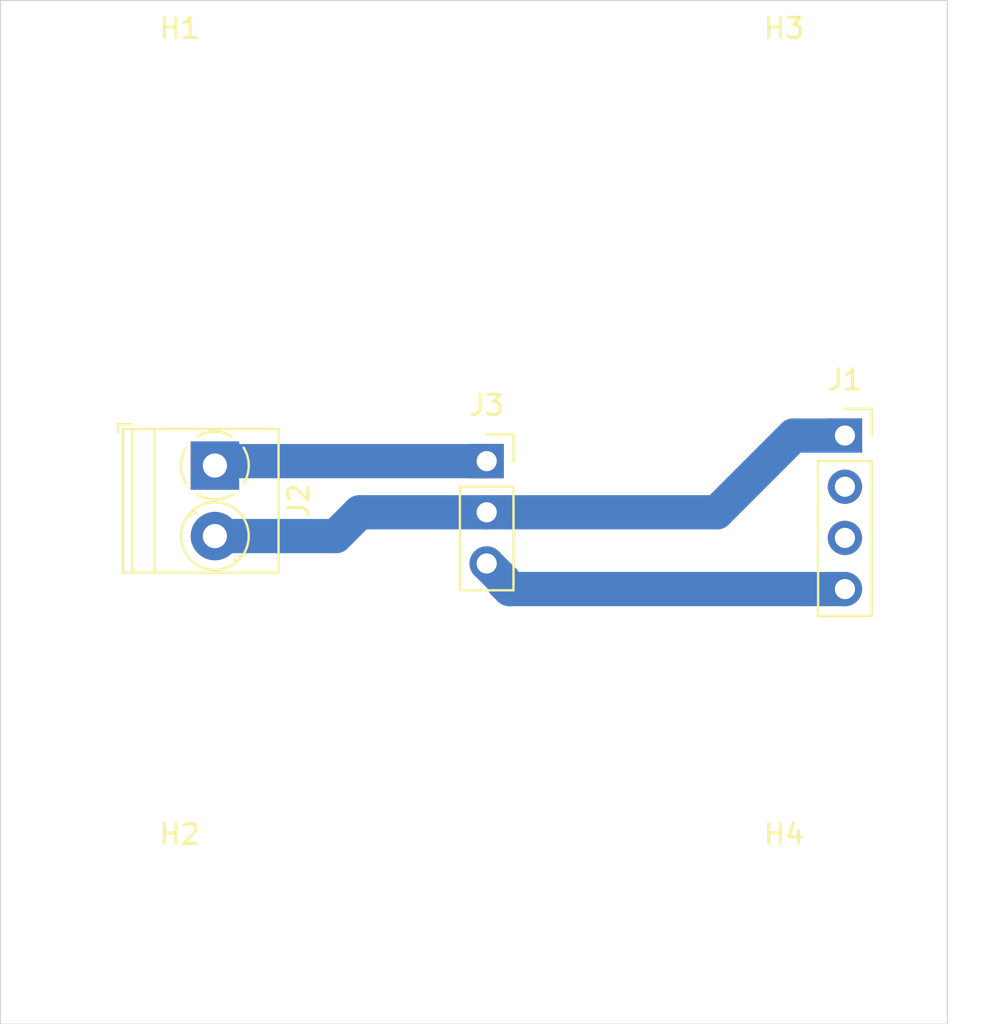
<source format=kicad_pcb>
(kicad_pcb (version 20171130) (host pcbnew 5.1.4-e60b266~84~ubuntu18.04.1)

  (general
    (thickness 1.6)
    (drawings 6)
    (tracks 13)
    (zones 0)
    (modules 7)
    (nets 4)
  )

  (page A4)
  (layers
    (0 F.Cu signal)
    (31 B.Cu signal)
    (32 B.Adhes user)
    (33 F.Adhes user)
    (34 B.Paste user)
    (35 F.Paste user)
    (36 B.SilkS user)
    (37 F.SilkS user)
    (38 B.Mask user)
    (39 F.Mask user)
    (40 Dwgs.User user)
    (41 Cmts.User user)
    (42 Eco1.User user)
    (43 Eco2.User user)
    (44 Edge.Cuts user)
    (45 Margin user)
    (46 B.CrtYd user)
    (47 F.CrtYd user)
    (48 B.Fab user)
    (49 F.Fab user)
  )

  (setup
    (last_trace_width 1.7)
    (user_trace_width 1.7)
    (trace_clearance 0.2)
    (zone_clearance 0.508)
    (zone_45_only no)
    (trace_min 0.2)
    (via_size 0.8)
    (via_drill 0.4)
    (via_min_size 0.4)
    (via_min_drill 0.3)
    (uvia_size 0.3)
    (uvia_drill 0.1)
    (uvias_allowed no)
    (uvia_min_size 0.2)
    (uvia_min_drill 0.1)
    (edge_width 0.05)
    (segment_width 0.2)
    (pcb_text_width 0.3)
    (pcb_text_size 1.5 1.5)
    (mod_edge_width 0.12)
    (mod_text_size 1 1)
    (mod_text_width 0.15)
    (pad_size 1.524 1.524)
    (pad_drill 0.762)
    (pad_to_mask_clearance 0.051)
    (solder_mask_min_width 0.25)
    (aux_axis_origin 0 0)
    (visible_elements FFFFFF7F)
    (pcbplotparams
      (layerselection 0x010fc_ffffffff)
      (usegerberextensions false)
      (usegerberattributes false)
      (usegerberadvancedattributes false)
      (creategerberjobfile false)
      (excludeedgelayer true)
      (linewidth 0.100000)
      (plotframeref false)
      (viasonmask false)
      (mode 1)
      (useauxorigin false)
      (hpglpennumber 1)
      (hpglpenspeed 20)
      (hpglpendiameter 15.000000)
      (psnegative false)
      (psa4output false)
      (plotreference true)
      (plotvalue true)
      (plotinvisibletext false)
      (padsonsilk false)
      (subtractmaskfromsilk false)
      (outputformat 1)
      (mirror false)
      (drillshape 0)
      (scaleselection 1)
      (outputdirectory "gerbs/"))
  )

  (net 0 "")
  (net 1 GND)
  (net 2 5V)
  (net 3 VIN)

  (net_class Default "This is the default net class."
    (clearance 0.2)
    (trace_width 0.25)
    (via_dia 0.8)
    (via_drill 0.4)
    (uvia_dia 0.3)
    (uvia_drill 0.1)
    (add_net 5V)
    (add_net GND)
    (add_net VIN)
  )

  (module Connector_PinSocket_2.54mm:PinSocket_1x04_P2.54mm_Vertical (layer F.Cu) (tedit 5A19A429) (tstamp 5D91042E)
    (at 33.02 16.51)
    (descr "Through hole straight socket strip, 1x04, 2.54mm pitch, single row (from Kicad 4.0.7), script generated")
    (tags "Through hole socket strip THT 1x04 2.54mm single row")
    (path /5D90C756)
    (fp_text reference J1 (at 0 -2.77) (layer F.SilkS)
      (effects (font (size 1 1) (thickness 0.15)))
    )
    (fp_text value Conn_01x04_Female (at 0 10.39) (layer F.Fab)
      (effects (font (size 1 1) (thickness 0.15)))
    )
    (fp_line (start -1.27 -1.27) (end 0.635 -1.27) (layer F.Fab) (width 0.1))
    (fp_line (start 0.635 -1.27) (end 1.27 -0.635) (layer F.Fab) (width 0.1))
    (fp_line (start 1.27 -0.635) (end 1.27 8.89) (layer F.Fab) (width 0.1))
    (fp_line (start 1.27 8.89) (end -1.27 8.89) (layer F.Fab) (width 0.1))
    (fp_line (start -1.27 8.89) (end -1.27 -1.27) (layer F.Fab) (width 0.1))
    (fp_line (start -1.33 1.27) (end 1.33 1.27) (layer F.SilkS) (width 0.12))
    (fp_line (start -1.33 1.27) (end -1.33 8.95) (layer F.SilkS) (width 0.12))
    (fp_line (start -1.33 8.95) (end 1.33 8.95) (layer F.SilkS) (width 0.12))
    (fp_line (start 1.33 1.27) (end 1.33 8.95) (layer F.SilkS) (width 0.12))
    (fp_line (start 1.33 -1.33) (end 1.33 0) (layer F.SilkS) (width 0.12))
    (fp_line (start 0 -1.33) (end 1.33 -1.33) (layer F.SilkS) (width 0.12))
    (fp_line (start -1.8 -1.8) (end 1.75 -1.8) (layer F.CrtYd) (width 0.05))
    (fp_line (start 1.75 -1.8) (end 1.75 9.4) (layer F.CrtYd) (width 0.05))
    (fp_line (start 1.75 9.4) (end -1.8 9.4) (layer F.CrtYd) (width 0.05))
    (fp_line (start -1.8 9.4) (end -1.8 -1.8) (layer F.CrtYd) (width 0.05))
    (fp_text user %R (at 0 3.81 90) (layer F.Fab)
      (effects (font (size 1 1) (thickness 0.15)))
    )
    (pad 1 thru_hole rect (at 0 0) (size 1.7 1.7) (drill 1) (layers *.Cu *.Mask)
      (net 1 GND))
    (pad 2 thru_hole oval (at 0 2.54) (size 1.7 1.7) (drill 1) (layers *.Cu *.Mask))
    (pad 3 thru_hole oval (at 0 5.08) (size 1.7 1.7) (drill 1) (layers *.Cu *.Mask))
    (pad 4 thru_hole oval (at 0 7.62) (size 1.7 1.7) (drill 1) (layers *.Cu *.Mask)
      (net 2 5V))
    (model ${KISYS3DMOD}/Connector_PinSocket_2.54mm.3dshapes/PinSocket_1x04_P2.54mm_Vertical.wrl
      (at (xyz 0 0 0))
      (scale (xyz 1 1 1))
      (rotate (xyz 0 0 0))
    )
  )

  (module Connector_PinSocket_2.54mm:PinSocket_1x03_P2.54mm_Vertical (layer F.Cu) (tedit 5A19A429) (tstamp 5D91045B)
    (at 15.24 17.78)
    (descr "Through hole straight socket strip, 1x03, 2.54mm pitch, single row (from Kicad 4.0.7), script generated")
    (tags "Through hole socket strip THT 1x03 2.54mm single row")
    (path /5D90B543)
    (fp_text reference J3 (at 0 -2.77) (layer F.SilkS)
      (effects (font (size 1 1) (thickness 0.15)))
    )
    (fp_text value Conn_01x03_Female (at 0 7.85) (layer F.Fab)
      (effects (font (size 1 1) (thickness 0.15)))
    )
    (fp_line (start -1.27 -1.27) (end 0.635 -1.27) (layer F.Fab) (width 0.1))
    (fp_line (start 0.635 -1.27) (end 1.27 -0.635) (layer F.Fab) (width 0.1))
    (fp_line (start 1.27 -0.635) (end 1.27 6.35) (layer F.Fab) (width 0.1))
    (fp_line (start 1.27 6.35) (end -1.27 6.35) (layer F.Fab) (width 0.1))
    (fp_line (start -1.27 6.35) (end -1.27 -1.27) (layer F.Fab) (width 0.1))
    (fp_line (start -1.33 1.27) (end 1.33 1.27) (layer F.SilkS) (width 0.12))
    (fp_line (start -1.33 1.27) (end -1.33 6.41) (layer F.SilkS) (width 0.12))
    (fp_line (start -1.33 6.41) (end 1.33 6.41) (layer F.SilkS) (width 0.12))
    (fp_line (start 1.33 1.27) (end 1.33 6.41) (layer F.SilkS) (width 0.12))
    (fp_line (start 1.33 -1.33) (end 1.33 0) (layer F.SilkS) (width 0.12))
    (fp_line (start 0 -1.33) (end 1.33 -1.33) (layer F.SilkS) (width 0.12))
    (fp_line (start -1.8 -1.8) (end 1.75 -1.8) (layer F.CrtYd) (width 0.05))
    (fp_line (start 1.75 -1.8) (end 1.75 6.85) (layer F.CrtYd) (width 0.05))
    (fp_line (start 1.75 6.85) (end -1.8 6.85) (layer F.CrtYd) (width 0.05))
    (fp_line (start -1.8 6.85) (end -1.8 -1.8) (layer F.CrtYd) (width 0.05))
    (fp_text user %R (at 0 2.54 90) (layer F.Fab)
      (effects (font (size 1 1) (thickness 0.15)))
    )
    (pad 1 thru_hole rect (at 0 0) (size 1.7 1.7) (drill 1) (layers *.Cu *.Mask)
      (net 3 VIN))
    (pad 2 thru_hole oval (at 0 2.54) (size 1.7 1.7) (drill 1) (layers *.Cu *.Mask)
      (net 1 GND))
    (pad 3 thru_hole oval (at 0 5.08) (size 1.7 1.7) (drill 1) (layers *.Cu *.Mask)
      (net 2 5V))
    (model ${KISYS3DMOD}/Connector_PinSocket_2.54mm.3dshapes/PinSocket_1x03_P2.54mm_Vertical.wrl
      (at (xyz 0 0 0))
      (scale (xyz 1 1 1))
      (rotate (xyz 0 0 0))
    )
  )

  (module TerminalBlock_Phoenix:TerminalBlock_Phoenix_PT-1,5-2-3.5-H_1x02_P3.50mm_Horizontal (layer F.Cu) (tedit 5B294F3F) (tstamp 5D910640)
    (at 1.75 18 270)
    (descr "Terminal Block Phoenix PT-1,5-2-3.5-H, 2 pins, pitch 3.5mm, size 7x7.6mm^2, drill diamater 1.2mm, pad diameter 2.4mm, see , script-generated using https://github.com/pointhi/kicad-footprint-generator/scripts/TerminalBlock_Phoenix")
    (tags "THT Terminal Block Phoenix PT-1,5-2-3.5-H pitch 3.5mm size 7x7.6mm^2 drill 1.2mm pad 2.4mm")
    (path /5D90DC04)
    (fp_text reference J2 (at 1.75 -4.16 90) (layer F.SilkS)
      (effects (font (size 1 1) (thickness 0.15)))
    )
    (fp_text value Conn_01x02_Female (at 1.75 5.56 90) (layer F.Fab)
      (effects (font (size 1 1) (thickness 0.15)))
    )
    (fp_text user %R (at 1.75 2.4 90) (layer F.Fab)
      (effects (font (size 1 1) (thickness 0.15)))
    )
    (fp_line (start 5.75 -3.6) (end -2.25 -3.6) (layer F.CrtYd) (width 0.05))
    (fp_line (start 5.75 5) (end 5.75 -3.6) (layer F.CrtYd) (width 0.05))
    (fp_line (start -2.25 5) (end 5.75 5) (layer F.CrtYd) (width 0.05))
    (fp_line (start -2.25 -3.6) (end -2.25 5) (layer F.CrtYd) (width 0.05))
    (fp_line (start -2.05 4.8) (end -1.65 4.8) (layer F.SilkS) (width 0.12))
    (fp_line (start -2.05 4.16) (end -2.05 4.8) (layer F.SilkS) (width 0.12))
    (fp_line (start 2.355 0.941) (end 2.226 1.069) (layer F.SilkS) (width 0.12))
    (fp_line (start 4.57 -1.275) (end 4.476 -1.181) (layer F.SilkS) (width 0.12))
    (fp_line (start 2.525 1.181) (end 2.431 1.274) (layer F.SilkS) (width 0.12))
    (fp_line (start 4.775 -1.069) (end 4.646 -0.941) (layer F.SilkS) (width 0.12))
    (fp_line (start 4.455 -1.138) (end 2.363 0.955) (layer F.Fab) (width 0.1))
    (fp_line (start 4.638 -0.955) (end 2.546 1.138) (layer F.Fab) (width 0.1))
    (fp_line (start 0.955 -1.138) (end -1.138 0.955) (layer F.Fab) (width 0.1))
    (fp_line (start 1.138 -0.955) (end -0.955 1.138) (layer F.Fab) (width 0.1))
    (fp_line (start 5.31 -3.16) (end 5.31 4.56) (layer F.SilkS) (width 0.12))
    (fp_line (start -1.81 -3.16) (end -1.81 4.56) (layer F.SilkS) (width 0.12))
    (fp_line (start -1.81 4.56) (end 5.31 4.56) (layer F.SilkS) (width 0.12))
    (fp_line (start -1.81 -3.16) (end 5.31 -3.16) (layer F.SilkS) (width 0.12))
    (fp_line (start -1.81 3) (end 5.31 3) (layer F.SilkS) (width 0.12))
    (fp_line (start -1.75 3) (end 5.25 3) (layer F.Fab) (width 0.1))
    (fp_line (start -1.81 4.1) (end 5.31 4.1) (layer F.SilkS) (width 0.12))
    (fp_line (start -1.75 4.1) (end 5.25 4.1) (layer F.Fab) (width 0.1))
    (fp_line (start -1.75 4.1) (end -1.75 -3.1) (layer F.Fab) (width 0.1))
    (fp_line (start -1.35 4.5) (end -1.75 4.1) (layer F.Fab) (width 0.1))
    (fp_line (start 5.25 4.5) (end -1.35 4.5) (layer F.Fab) (width 0.1))
    (fp_line (start 5.25 -3.1) (end 5.25 4.5) (layer F.Fab) (width 0.1))
    (fp_line (start -1.75 -3.1) (end 5.25 -3.1) (layer F.Fab) (width 0.1))
    (fp_circle (center 3.5 0) (end 5.18 0) (layer F.SilkS) (width 0.12))
    (fp_circle (center 3.5 0) (end 5 0) (layer F.Fab) (width 0.1))
    (fp_circle (center 0 0) (end 1.5 0) (layer F.Fab) (width 0.1))
    (fp_arc (start 0 0) (end -0.866 1.44) (angle -32) (layer F.SilkS) (width 0.12))
    (fp_arc (start 0 0) (end -1.44 -0.866) (angle -63) (layer F.SilkS) (width 0.12))
    (fp_arc (start 0 0) (end 0.866 -1.44) (angle -63) (layer F.SilkS) (width 0.12))
    (fp_arc (start 0 0) (end 1.425 0.891) (angle -64) (layer F.SilkS) (width 0.12))
    (fp_arc (start 0 0) (end 0 1.68) (angle -32) (layer F.SilkS) (width 0.12))
    (pad 2 thru_hole circle (at 3.5 0 270) (size 2.4 2.4) (drill 1.2) (layers *.Cu *.Mask)
      (net 1 GND))
    (pad 1 thru_hole rect (at 0 0 270) (size 2.4 2.4) (drill 1.2) (layers *.Cu *.Mask)
      (net 3 VIN))
    (model ${KISYS3DMOD}/TerminalBlock_Phoenix.3dshapes/TerminalBlock_Phoenix_PT-1,5-2-3.5-H_1x02_P3.50mm_Horizontal.wrl
      (at (xyz 0 0 0))
      (scale (xyz 1 1 1))
      (rotate (xyz 0 0 0))
    )
  )

  (module MountingHole:MountingHole_2.7mm_M2.5 (layer F.Cu) (tedit 56D1B4CB) (tstamp 5D9107A3)
    (at 0 0)
    (descr "Mounting Hole 2.7mm, no annular, M2.5")
    (tags "mounting hole 2.7mm no annular m2.5")
    (path /5D90F78F)
    (attr virtual)
    (fp_text reference H1 (at 0 -3.7) (layer F.SilkS)
      (effects (font (size 1 1) (thickness 0.15)))
    )
    (fp_text value MountingHole (at 0 3.7) (layer F.Fab)
      (effects (font (size 1 1) (thickness 0.15)))
    )
    (fp_text user %R (at 0.3 0) (layer F.Fab)
      (effects (font (size 1 1) (thickness 0.15)))
    )
    (fp_circle (center 0 0) (end 2.7 0) (layer Cmts.User) (width 0.15))
    (fp_circle (center 0 0) (end 2.95 0) (layer F.CrtYd) (width 0.05))
    (pad 1 np_thru_hole circle (at 0 0) (size 2.7 2.7) (drill 2.7) (layers *.Cu *.Mask))
  )

  (module MountingHole:MountingHole_2.7mm_M2.5 (layer F.Cu) (tedit 56D1B4CB) (tstamp 5D9107AB)
    (at 0 40)
    (descr "Mounting Hole 2.7mm, no annular, M2.5")
    (tags "mounting hole 2.7mm no annular m2.5")
    (path /5D90FA1B)
    (attr virtual)
    (fp_text reference H2 (at 0 -3.7) (layer F.SilkS)
      (effects (font (size 1 1) (thickness 0.15)))
    )
    (fp_text value MountingHole (at 0 3.7) (layer F.Fab)
      (effects (font (size 1 1) (thickness 0.15)))
    )
    (fp_circle (center 0 0) (end 2.95 0) (layer F.CrtYd) (width 0.05))
    (fp_circle (center 0 0) (end 2.7 0) (layer Cmts.User) (width 0.15))
    (fp_text user %R (at 0.3 0) (layer F.Fab)
      (effects (font (size 1 1) (thickness 0.15)))
    )
    (pad 1 np_thru_hole circle (at 0 0) (size 2.7 2.7) (drill 2.7) (layers *.Cu *.Mask))
  )

  (module MountingHole:MountingHole_2.7mm_M2.5 (layer F.Cu) (tedit 56D1B4CB) (tstamp 5D9107B3)
    (at 30 0)
    (descr "Mounting Hole 2.7mm, no annular, M2.5")
    (tags "mounting hole 2.7mm no annular m2.5")
    (path /5D90FBA9)
    (attr virtual)
    (fp_text reference H3 (at 0 -3.7) (layer F.SilkS)
      (effects (font (size 1 1) (thickness 0.15)))
    )
    (fp_text value MountingHole (at 0 3.7) (layer F.Fab)
      (effects (font (size 1 1) (thickness 0.15)))
    )
    (fp_text user %R (at 0.3 0) (layer F.Fab)
      (effects (font (size 1 1) (thickness 0.15)))
    )
    (fp_circle (center 0 0) (end 2.7 0) (layer Cmts.User) (width 0.15))
    (fp_circle (center 0 0) (end 2.95 0) (layer F.CrtYd) (width 0.05))
    (pad 1 np_thru_hole circle (at 0 0) (size 2.7 2.7) (drill 2.7) (layers *.Cu *.Mask))
  )

  (module MountingHole:MountingHole_2.7mm_M2.5 (layer F.Cu) (tedit 56D1B4CB) (tstamp 5D9107BB)
    (at 30 40)
    (descr "Mounting Hole 2.7mm, no annular, M2.5")
    (tags "mounting hole 2.7mm no annular m2.5")
    (path /5D90FDCA)
    (attr virtual)
    (fp_text reference H4 (at 0 -3.7) (layer F.SilkS)
      (effects (font (size 1 1) (thickness 0.15)))
    )
    (fp_text value MountingHole (at 0 3.7) (layer F.Fab)
      (effects (font (size 1 1) (thickness 0.15)))
    )
    (fp_circle (center 0 0) (end 2.95 0) (layer F.CrtYd) (width 0.05))
    (fp_circle (center 0 0) (end 2.7 0) (layer Cmts.User) (width 0.15))
    (fp_text user %R (at 0.3 0) (layer F.Fab)
      (effects (font (size 1 1) (thickness 0.15)))
    )
    (pad 1 np_thru_hole circle (at 0 0) (size 2.7 2.7) (drill 2.7) (layers *.Cu *.Mask))
  )

  (gr_line (start -8.89 45.72) (end -8.89 36.83) (layer Edge.Cuts) (width 0.05) (tstamp 5D910C79))
  (gr_line (start 38.1 45.72) (end -8.89 45.72) (layer Edge.Cuts) (width 0.05))
  (gr_line (start 38.1 36.83) (end 38.1 45.72) (layer Edge.Cuts) (width 0.05))
  (gr_line (start 38.1 36.83) (end 38.1 -5.08) (layer Edge.Cuts) (width 0.05) (tstamp 5D910BE8))
  (gr_line (start -8.89 -5.08) (end -8.89 36.83) (layer Edge.Cuts) (width 0.05))
  (gr_line (start 38.1 -5.08) (end -8.89 -5.08) (layer Edge.Cuts) (width 0.05))

  (segment (start 16.442081 20.32) (end 15.24 20.32) (width 1.7) (layer B.Cu) (net 1))
  (segment (start 26.66 20.32) (end 16.442081 20.32) (width 1.7) (layer B.Cu) (net 1))
  (segment (start 30.47 16.51) (end 26.66 20.32) (width 1.7) (layer B.Cu) (net 1))
  (segment (start 33.02 16.51) (end 30.47 16.51) (width 1.7) (layer B.Cu) (net 1))
  (segment (start 15.24 20.32) (end 8.93 20.32) (width 1.7) (layer B.Cu) (net 1))
  (segment (start 7.75 21.5) (end 1.75 21.5) (width 1.7) (layer B.Cu) (net 1))
  (segment (start 8.93 20.32) (end 7.75 21.5) (width 1.7) (layer B.Cu) (net 1))
  (segment (start 16.089999 23.709999) (end 16.089999 23.839999) (width 1.7) (layer B.Cu) (net 2))
  (segment (start 15.24 22.86) (end 16.089999 23.709999) (width 1.7) (layer B.Cu) (net 2))
  (segment (start 16.38 24.13) (end 33.02 24.13) (width 1.7) (layer B.Cu) (net 2))
  (segment (start 16.089999 23.839999) (end 16.38 24.13) (width 1.7) (layer B.Cu) (net 2))
  (segment (start 1.97 17.78) (end 1.75 18) (width 1.7) (layer B.Cu) (net 3))
  (segment (start 15.24 17.78) (end 1.97 17.78) (width 1.7) (layer B.Cu) (net 3))

)

</source>
